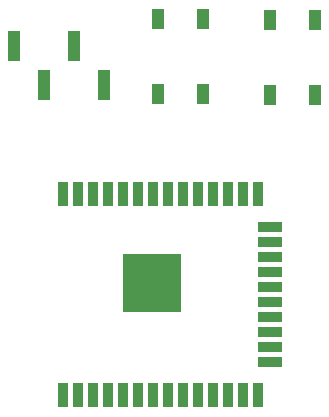
<source format=gbp>
G04 #@! TF.GenerationSoftware,KiCad,Pcbnew,(5.1.5-0-10_14)*
G04 #@! TF.CreationDate,2019-12-23T16:45:50+01:00*
G04 #@! TF.ProjectId,hackerspacesnl,6861636b-6572-4737-9061-6365736e6c2e,rev?*
G04 #@! TF.SameCoordinates,Original*
G04 #@! TF.FileFunction,Paste,Bot*
G04 #@! TF.FilePolarity,Positive*
%FSLAX46Y46*%
G04 Gerber Fmt 4.6, Leading zero omitted, Abs format (unit mm)*
G04 Created by KiCad (PCBNEW (5.1.5-0-10_14)) date 2019-12-23 16:45:50*
%MOMM*%
%LPD*%
G04 APERTURE LIST*
%ADD10R,1.000000X2.510000*%
%ADD11R,0.900000X2.000000*%
%ADD12R,2.000000X0.900000*%
%ADD13R,5.000000X5.000000*%
%ADD14R,1.000000X1.700000*%
G04 APERTURE END LIST*
D10*
X43677840Y-58834400D03*
X38597840Y-58834400D03*
X41137840Y-55524400D03*
X36057840Y-55524400D03*
D11*
X40264700Y-85135100D03*
X41534700Y-85135100D03*
X42804700Y-85135100D03*
X44074700Y-85135100D03*
X45344700Y-85135100D03*
X46614700Y-85135100D03*
X47884700Y-85135100D03*
X49154700Y-85135100D03*
X50424700Y-85135100D03*
X51694700Y-85135100D03*
X52964700Y-85135100D03*
X54234700Y-85135100D03*
X55504700Y-85135100D03*
X56774700Y-85135100D03*
D12*
X57774700Y-82350100D03*
X57774700Y-81080100D03*
X57774700Y-79810100D03*
X57774700Y-78540100D03*
X57774700Y-77270100D03*
X57774700Y-76000100D03*
X57774700Y-74730100D03*
X57774700Y-73460100D03*
X57774700Y-72190100D03*
X57774700Y-70920100D03*
D11*
X56774700Y-68135100D03*
X55504700Y-68135100D03*
X54234700Y-68135100D03*
X52964700Y-68135100D03*
X51694700Y-68135100D03*
X50424700Y-68135100D03*
X49154700Y-68135100D03*
X47884700Y-68135100D03*
X46614700Y-68135100D03*
X45344700Y-68135100D03*
X44074700Y-68135100D03*
X42804700Y-68135100D03*
X41534700Y-68135100D03*
X40264700Y-68135100D03*
D13*
X47764700Y-75635100D03*
D14*
X57779920Y-53380640D03*
X57779920Y-59680640D03*
X61579920Y-53380640D03*
X61579920Y-59680640D03*
X48300640Y-53314600D03*
X48300640Y-59614600D03*
X52100640Y-53314600D03*
X52100640Y-59614600D03*
M02*

</source>
